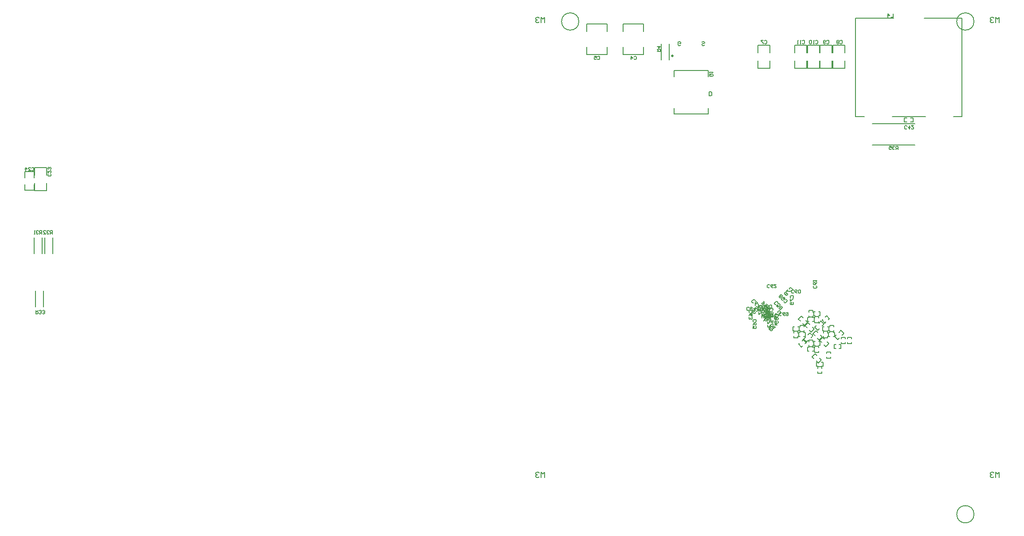
<source format=gbo>
G04*
G04 #@! TF.GenerationSoftware,Altium Limited,Altium Designer,24.10.1 (45)*
G04*
G04 Layer_Color=32896*
%FSLAX44Y44*%
%MOMM*%
G71*
G04*
G04 #@! TF.SameCoordinates,24BC4850-7E81-497A-B660-34607D59122C*
G04*
G04*
G04 #@! TF.FilePolarity,Positive*
G04*
G01*
G75*
%ADD10C,0.1270*%
%ADD11C,0.5080*%
%ADD17C,0.1524*%
%ADD18C,0.1778*%
%ADD218C,0.1501*%
D10*
X3434080Y1553210D02*
G03*
X3434080Y1553210I-16510J0D01*
G01*
Y2494280D02*
G03*
X3434080Y2494280I-16510J0D01*
G01*
X2679700D02*
G03*
X2679700Y2494280I-16510J0D01*
G01*
X3199935Y1879156D02*
Y1881950D01*
X3192315Y1879156D02*
Y1881950D01*
Y1879156D02*
X3199935D01*
X3192315Y1888554D02*
Y1891348D01*
X3199935Y1888554D02*
Y1891348D01*
X3192315D02*
X3199935D01*
X3168033Y1892359D02*
X3171625Y1895951D01*
X3173781Y1886611D02*
X3177373Y1890204D01*
X3168033Y1892359D02*
X3173781Y1886611D01*
X3182082Y1894904D02*
X3185674Y1898496D01*
X3176334Y1900652D02*
X3179926Y1904244D01*
X3185674Y1898496D01*
X3143366Y1822588D02*
Y1825382D01*
X3135746Y1822588D02*
Y1825382D01*
Y1822588D02*
X3143366D01*
X3135746Y1831986D02*
Y1834780D01*
X3143366Y1831986D02*
Y1834780D01*
X3135746D02*
X3143366D01*
X3142858Y1843807D02*
X3145652D01*
X3142858Y1836187D02*
X3145652D01*
Y1843807D01*
X3133460Y1836187D02*
X3136254D01*
X3133460Y1843807D02*
X3136254D01*
X3133460Y1836187D02*
Y1843807D01*
X3176799Y1877749D02*
X3179594D01*
X3176799Y1870128D02*
X3179594D01*
Y1877749D01*
X3167401Y1870128D02*
X3170195D01*
X3167401Y1877749D02*
X3170195D01*
X3167401Y1870128D02*
Y1877749D01*
X3160337Y1850872D02*
Y1853666D01*
X3152717Y1850872D02*
Y1853666D01*
Y1850872D02*
X3160337D01*
X3152717Y1860270D02*
Y1863064D01*
X3160337Y1860270D02*
Y1863064D01*
X3152717D02*
X3160337D01*
X3188621Y1879156D02*
Y1881950D01*
X3181001Y1879156D02*
Y1881950D01*
Y1879156D02*
X3188621D01*
X3181001Y1888554D02*
Y1891348D01*
X3188621Y1888554D02*
Y1891348D01*
X3181001D02*
X3188621D01*
X3130673Y1859833D02*
X3134265Y1856241D01*
X3124925Y1854086D02*
X3128517Y1850493D01*
X3124925Y1854086D02*
X3130673Y1859833D01*
X3133218Y1845784D02*
X3136810Y1842192D01*
X3138965Y1851532D02*
X3142558Y1847940D01*
X3136810Y1842192D02*
X3142558Y1847940D01*
X3137709Y1918754D02*
Y1921548D01*
X3130089Y1918754D02*
Y1921548D01*
Y1918754D02*
X3137709D01*
X3130089Y1928152D02*
Y1930946D01*
X3137709Y1928152D02*
Y1930946D01*
X3130089D02*
X3137709D01*
X3144774Y1904070D02*
X3147568D01*
X3144774Y1911690D02*
X3147568D01*
X3144774Y1904070D02*
Y1911690D01*
X3154172D02*
X3156966D01*
X3154172Y1904070D02*
X3156966D01*
Y1911690D01*
X3150511Y1930349D02*
X3152487Y1932325D01*
X3155899Y1924961D02*
X3157874Y1926936D01*
X3152487Y1932325D02*
X3157874Y1926936D01*
X3149254Y1918315D02*
X3151229Y1920291D01*
X3143865Y1923703D02*
X3145841Y1925679D01*
X3143865Y1923703D02*
X3149254Y1918315D01*
X3104803Y1872595D02*
X3106779Y1874571D01*
X3099415Y1877984D02*
X3101391Y1879959D01*
X3099415Y1877984D02*
X3104803Y1872595D01*
X3106061Y1884629D02*
X3108036Y1886605D01*
X3111449Y1879241D02*
X3113425Y1881216D01*
X3108036Y1886605D02*
X3113425Y1881216D01*
X3118776Y1882897D02*
Y1885691D01*
X3126396Y1882897D02*
Y1885691D01*
X3118776D02*
X3126396D01*
Y1873499D02*
Y1876293D01*
X3118776Y1873499D02*
Y1876293D01*
Y1873499D02*
X3126396D01*
X3108917Y1900376D02*
X3111711D01*
X3108917Y1892756D02*
X3111711D01*
Y1900376D01*
X3099519Y1892756D02*
X3102313D01*
X3099519Y1900376D02*
X3102313D01*
X3099519Y1892756D02*
Y1900376D01*
X3129997Y1910203D02*
X3133589Y1913795D01*
X3135745Y1904455D02*
X3139337Y1908047D01*
X3129997Y1910203D02*
X3135745Y1904455D01*
X3144045Y1912748D02*
X3147638Y1916340D01*
X3138298Y1918495D02*
X3141890Y1922088D01*
X3147638Y1916340D01*
X3123098Y1890522D02*
X3126690Y1894114D01*
X3117350Y1896270D02*
X3120942Y1899862D01*
X3126690Y1894114D01*
X3109049Y1887977D02*
X3112642Y1891569D01*
X3114797Y1882229D02*
X3118389Y1885822D01*
X3109049Y1887977D02*
X3114797Y1882229D01*
X3116490Y1864472D02*
X3119284D01*
X3116490Y1872092D02*
X3119284D01*
X3116490Y1864472D02*
Y1872092D01*
X3125888D02*
X3128682D01*
X3125888Y1864472D02*
X3128682D01*
Y1872092D01*
X3127803Y1875785D02*
X3130598D01*
X3127803Y1883405D02*
X3130598D01*
X3127803Y1875785D02*
Y1883405D01*
X3137202D02*
X3139995D01*
X3137202Y1875785D02*
X3139995D01*
Y1883405D01*
X3147060Y1899868D02*
Y1902662D01*
X3154680Y1899868D02*
Y1902662D01*
X3147060D02*
X3154680D01*
Y1890470D02*
Y1893264D01*
X3147060Y1890470D02*
Y1893264D01*
Y1890470D02*
X3154680D01*
X3158374Y1911182D02*
Y1913976D01*
X3165994Y1911182D02*
Y1913976D01*
X3158374D02*
X3165994D01*
Y1901784D02*
Y1904578D01*
X3158374Y1901784D02*
Y1904578D01*
Y1901784D02*
X3165994D01*
X3165486Y1900376D02*
X3168280D01*
X3165486Y1892756D02*
X3168280D01*
Y1900376D01*
X3156088Y1892756D02*
X3158882D01*
X3156088Y1900376D02*
X3158882D01*
X3156088Y1892756D02*
Y1900376D01*
X3137709Y1862186D02*
Y1864980D01*
X3130089Y1862186D02*
Y1864980D01*
Y1862186D02*
X3137709D01*
X3130089Y1871584D02*
Y1874378D01*
X3137709Y1871584D02*
Y1874378D01*
X3130089D02*
X3137709D01*
X3132546Y1903680D02*
X3136138Y1900088D01*
X3126798Y1897932D02*
X3130390Y1894340D01*
X3126798Y1897932D02*
X3132546Y1903680D01*
X3135091Y1889632D02*
X3138683Y1886039D01*
X3140839Y1895379D02*
X3144431Y1891787D01*
X3138683Y1886039D02*
X3144431Y1891787D01*
X3147822Y1876892D02*
X3151414Y1873300D01*
X3153570Y1882640D02*
X3157162Y1879048D01*
X3151414Y1873300D02*
X3157162Y1879048D01*
X3145277Y1890941D02*
X3148869Y1887348D01*
X3139529Y1885193D02*
X3143122Y1881601D01*
X3139529Y1885193D02*
X3145277Y1890941D01*
X3109425Y1901784D02*
Y1904578D01*
X3101805Y1901784D02*
Y1904578D01*
Y1901784D02*
X3109425D01*
X3101805Y1911182D02*
Y1913976D01*
X3109425Y1911182D02*
Y1913976D01*
X3101805D02*
X3109425D01*
X3125888Y1928660D02*
X3128682D01*
X3125888Y1921040D02*
X3128682D01*
Y1928660D01*
X3116490Y1921040D02*
X3119284D01*
X3116490Y1928660D02*
X3119284D01*
X3116490Y1921040D02*
Y1928660D01*
X3118776Y1939466D02*
Y1942260D01*
X3126396Y1939466D02*
Y1942260D01*
X3118776D02*
X3126396D01*
Y1930068D02*
Y1932862D01*
X3118776Y1930068D02*
Y1932862D01*
Y1930068D02*
X3126396D01*
X3137202Y1939974D02*
X3139995D01*
X3137202Y1932354D02*
X3139995D01*
Y1939974D01*
X3127803Y1932354D02*
X3130598D01*
X3127803Y1939974D02*
X3130598D01*
X3127803Y1932354D02*
Y1939974D01*
X3098112Y1890470D02*
Y1893264D01*
X3090492Y1890470D02*
Y1893264D01*
Y1890470D02*
X3098112D01*
X3090492Y1899868D02*
Y1902662D01*
X3098112Y1899868D02*
Y1902662D01*
X3090492D02*
X3098112D01*
X3088205Y1904070D02*
X3090999D01*
X3088205Y1911690D02*
X3090999D01*
X3088205Y1904070D02*
Y1911690D01*
X3097603D02*
X3100397D01*
X3097603Y1904070D02*
X3100397D01*
Y1911690D01*
X3104606Y1931620D02*
X3108198Y1928028D01*
X3098858Y1925872D02*
X3102450Y1922280D01*
X3098858Y1925872D02*
X3104606Y1931620D01*
X3107151Y1917572D02*
X3110743Y1913979D01*
X3112899Y1923319D02*
X3116490Y1919727D01*
X3110743Y1913979D02*
X3116490Y1919727D01*
X3119882Y1904832D02*
X3123474Y1901240D01*
X3125630Y1910580D02*
X3129222Y1906988D01*
X3123474Y1901240D02*
X3129222Y1906988D01*
X3117337Y1918881D02*
X3120929Y1915289D01*
X3111589Y1913133D02*
X3115182Y1909541D01*
X3111589Y1913133D02*
X3117337Y1918881D01*
X3312971Y2302250D02*
X3318051D01*
X3312971Y2310378D02*
X3318051D01*
Y2302250D02*
Y2310378D01*
X3301238Y2310384D02*
X3306318D01*
X3301238Y2302256D02*
X3306318D01*
X3301238D02*
Y2310384D01*
X3208020Y2312924D02*
Y2500376D01*
X3277870Y2312670D02*
X3341370D01*
X3208020Y2312924D02*
X3224530D01*
X3411220D02*
Y2500376D01*
X3338830D02*
X3411220D01*
X3394710Y2312924D02*
X3411220D01*
X3208020Y2500376D02*
X3280410D01*
X3239770Y2298954D02*
X3321050D01*
X3239770Y2258060D02*
X3321050D01*
X1642110Y1949450D02*
Y1979930D01*
X1657350Y1949450D02*
Y1979930D01*
X1675130Y2051050D02*
Y2081530D01*
X1659890Y2051050D02*
Y2081530D01*
X1654810Y2051050D02*
Y2081530D01*
X1639570Y2051050D02*
Y2081530D01*
X1640840Y2200910D02*
Y2215642D01*
X1663700D01*
Y2200910D02*
Y2215642D01*
Y2170938D02*
Y2185670D01*
X1640840Y2170938D02*
X1663700D01*
X1640840D02*
Y2185670D01*
X1639570Y2195565D02*
Y2207250D01*
X1621758D02*
X1639538Y2207251D01*
X1621790Y2195565D02*
Y2207250D01*
Y2171700D02*
X1621791Y2183385D01*
X1621790Y2171699D02*
X1639570Y2171700D01*
Y2183385D01*
X3164461Y2404617D02*
Y2419349D01*
Y2404617D02*
X3187321D01*
Y2419349D01*
Y2434589D02*
Y2449321D01*
X3164461D02*
X3187321D01*
X3164461Y2434589D02*
Y2449321D01*
X3140331Y2404617D02*
Y2419349D01*
Y2404617D02*
X3163191D01*
X3163191Y2419349D01*
X3163191Y2434589D02*
Y2449321D01*
X3140331Y2449321D02*
X3163191Y2449321D01*
X3140331Y2434589D02*
Y2449321D01*
X3092071Y2404617D02*
Y2419349D01*
Y2404617D02*
X3114931D01*
Y2419349D01*
Y2434589D02*
Y2449321D01*
X3092071D02*
X3114931D01*
X3092071Y2434589D02*
Y2449321D01*
X3116201Y2404617D02*
Y2419349D01*
Y2404617D02*
X3139061D01*
Y2419349D01*
Y2434589D02*
Y2449321D01*
X3116201D02*
X3139061D01*
X3116201Y2434589D02*
Y2449321D01*
X3021330Y2404618D02*
Y2419350D01*
Y2404618D02*
X3044190D01*
Y2419350D01*
Y2434590D02*
Y2449322D01*
X3021330D02*
X3044190D01*
X3021330Y2434590D02*
Y2449322D01*
X2837180Y2420620D02*
Y2451100D01*
X2852420Y2420620D02*
Y2451100D01*
X2733548Y2431038D02*
Y2445770D01*
X2694432Y2431038D02*
X2733548D01*
X2694432D02*
Y2445770D01*
X2733548Y2475226D02*
Y2489958D01*
X2694432D02*
X2733548D01*
X2694432Y2475226D02*
Y2489958D01*
X2803398Y2431038D02*
Y2445770D01*
X2764282Y2431038D02*
X2803398D01*
X2764282D02*
Y2445770D01*
X2803398Y2475226D02*
Y2489958D01*
X2764282D02*
X2803398D01*
X2764282Y2475226D02*
Y2489958D01*
X3013031Y1957296D02*
X3011535D01*
X3010039Y1958792D01*
Y1960289D01*
X3013031Y1963281D01*
X3014528D01*
X3016024Y1961785D01*
Y1960289D01*
X3016772Y1952059D02*
X3016024Y1954304D01*
Y1957296D01*
X3017520Y1958792D01*
X3019016D01*
X3020512Y1957296D01*
Y1955800D01*
X3019764Y1955052D01*
X3018268Y1955052D01*
X3016024Y1957296D01*
X3018268Y1950563D02*
X3021261Y1947571D01*
X3022009Y1948319D01*
Y1954304D01*
X3022757Y1955052D01*
X3054774Y1930822D02*
X3053716Y1931880D01*
Y1933996D01*
X3054774Y1935054D01*
X3059006D01*
X3060064Y1933996D01*
Y1931880D01*
X3059006Y1930822D01*
X3054774Y1928706D02*
X3053716Y1927648D01*
Y1925532D01*
X3054774Y1924474D01*
X3055832D01*
X3056890Y1925532D01*
X3057948Y1924474D01*
X3059006D01*
X3060064Y1925532D01*
Y1927648D01*
X3059006Y1928706D01*
X3057948D01*
X3056890Y1927648D01*
X3055832Y1928706D01*
X3054774D01*
X3056890Y1927648D02*
Y1925532D01*
X3053716Y1918126D02*
Y1922358D01*
X3056890D01*
X3055832Y1920242D01*
Y1919184D01*
X3056890Y1918126D01*
X3059006D01*
X3060064Y1919184D01*
Y1921300D01*
X3059006Y1922358D01*
X3004398Y1943524D02*
X3003340Y1942466D01*
X3001224D01*
X3000166Y1943524D01*
Y1947756D01*
X3001224Y1948814D01*
X3003340D01*
X3004398Y1947756D01*
X3006514Y1943524D02*
X3007572Y1942466D01*
X3009688D01*
X3010746Y1943524D01*
Y1944582D01*
X3009688Y1945640D01*
X3010746Y1946698D01*
Y1947756D01*
X3009688Y1948814D01*
X3007572D01*
X3006514Y1947756D01*
Y1946698D01*
X3007572Y1945640D01*
X3006514Y1944582D01*
Y1943524D01*
X3007572Y1945640D02*
X3009688D01*
X3016036Y1948814D02*
Y1942466D01*
X3012862Y1945640D01*
X3017094D01*
X3044614Y1942252D02*
X3043556Y1943310D01*
Y1945426D01*
X3044614Y1946484D01*
X3048846D01*
X3049904Y1945426D01*
Y1943310D01*
X3048846Y1942252D01*
X3044614Y1940136D02*
X3043556Y1939078D01*
Y1936962D01*
X3044614Y1935904D01*
X3045672D01*
X3046730Y1936962D01*
X3047788Y1935904D01*
X3048846D01*
X3049904Y1936962D01*
Y1939078D01*
X3048846Y1940136D01*
X3047788D01*
X3046730Y1939078D01*
X3045672Y1940136D01*
X3044614D01*
X3046730Y1939078D02*
Y1936962D01*
X3044614Y1933788D02*
X3043556Y1932730D01*
Y1930614D01*
X3044614Y1929556D01*
X3045672D01*
X3046730Y1930614D01*
Y1931672D01*
Y1930614D01*
X3047788Y1929556D01*
X3048846D01*
X3049904Y1930614D01*
Y1932730D01*
X3048846Y1933788D01*
X3046139Y1935254D02*
X3047635D01*
X3049131Y1933757D01*
Y1932261D01*
X3046139Y1929269D01*
X3044643D01*
X3043146Y1930765D01*
Y1932261D01*
X3044643Y1936750D02*
Y1938246D01*
X3043146Y1939742D01*
X3041650D01*
X3040902Y1938994D01*
Y1937498D01*
X3039406Y1937498D01*
X3038658Y1936750D01*
Y1935254D01*
X3040154Y1933757D01*
X3041650D01*
X3042398Y1934506D01*
X3042398Y1936002D01*
X3043894D01*
X3044643Y1936750D01*
X3042398Y1936002D02*
X3040902Y1937498D01*
X3033421Y1940491D02*
X3036413Y1937498D01*
Y1943483D01*
X3037161Y1944231D01*
X3038658D01*
X3040154Y1942735D01*
Y1941239D01*
X3043554Y1951566D02*
X3044612Y1952624D01*
X3046728D01*
X3047786Y1951566D01*
Y1947334D01*
X3046728Y1946276D01*
X3044612D01*
X3043554Y1947334D01*
X3041438Y1951566D02*
X3040380Y1952624D01*
X3038264D01*
X3037206Y1951566D01*
Y1950508D01*
X3038264Y1949450D01*
X3037206Y1948392D01*
Y1947334D01*
X3038264Y1946276D01*
X3040380D01*
X3041438Y1947334D01*
Y1948392D01*
X3040380Y1949450D01*
X3041438Y1950508D01*
Y1951566D01*
X3040380Y1949450D02*
X3038264D01*
X3035090Y1946276D02*
X3032974D01*
X3034032D01*
Y1952624D01*
X3035090Y1951566D01*
X3035074Y1936071D02*
Y1934575D01*
X3033578Y1933079D01*
X3032081D01*
X3029089Y1936071D01*
Y1937567D01*
X3030585Y1939064D01*
X3032081D01*
X3036570Y1937567D02*
X3038066D01*
X3039562Y1939064D01*
Y1940560D01*
X3038814Y1941308D01*
X3037318D01*
X3037318Y1942804D01*
X3036570Y1943553D01*
X3035074D01*
X3033578Y1942056D01*
Y1940560D01*
X3034326Y1939812D01*
X3035822Y1939812D01*
Y1938316D01*
X3036570Y1937567D01*
X3035822Y1939812D02*
X3037318Y1941308D01*
X3041059Y1942056D02*
X3042555D01*
X3044051Y1943553D01*
Y1945049D01*
X3041059Y1948041D01*
X3039562D01*
X3038066Y1946545D01*
Y1945049D01*
X3041059Y1942056D01*
X3083984Y1966382D02*
X3082926Y1967440D01*
Y1969556D01*
X3083984Y1970614D01*
X3088216D01*
X3089274Y1969556D01*
Y1967440D01*
X3088216Y1966382D01*
X3082926Y1964266D02*
Y1960034D01*
X3083984D01*
X3088216Y1964266D01*
X3089274D01*
X3088216Y1957918D02*
X3089274Y1956860D01*
Y1954744D01*
X3088216Y1953686D01*
X3083984D01*
X3082926Y1954744D01*
Y1956860D01*
X3083984Y1957918D01*
X3085042D01*
X3086100Y1956860D01*
Y1953686D01*
X3081246Y1983149D02*
Y1984645D01*
X3082743Y1986141D01*
X3084239D01*
X3087231Y1983149D01*
Y1981653D01*
X3085735Y1980156D01*
X3084239D01*
X3079002Y1982401D02*
X3076010Y1979408D01*
X3076758Y1978660D01*
X3082743D01*
X3083491Y1977912D01*
X3075261Y1977164D02*
X3073765D01*
X3072269Y1975668D01*
Y1974171D01*
X3073017Y1973423D01*
X3074513D01*
X3074513Y1971927D01*
X3075261Y1971179D01*
X3076758D01*
X3078254Y1972675D01*
Y1974171D01*
X3077506Y1974919D01*
X3076010Y1974919D01*
Y1976416D01*
X3075261Y1977164D01*
X3076010Y1974919D02*
X3074513Y1973423D01*
X3025988Y1943524D02*
X3024930Y1942466D01*
X3022814D01*
X3021756Y1943524D01*
Y1947756D01*
X3022814Y1948814D01*
X3024930D01*
X3025988Y1947756D01*
X3028104Y1942466D02*
X3032336D01*
Y1943524D01*
X3028104Y1947756D01*
Y1948814D01*
X3034452Y1942466D02*
X3038684D01*
Y1943524D01*
X3034452Y1947756D01*
Y1948814D01*
X3059656Y1938699D02*
Y1940195D01*
X3061153Y1941691D01*
X3062649D01*
X3065641Y1938699D01*
Y1937202D01*
X3064145Y1935706D01*
X3062649D01*
X3057412Y1937951D02*
X3054419Y1934958D01*
X3055168Y1934210D01*
X3061153D01*
X3061901Y1933462D01*
X3049931Y1930469D02*
X3052175Y1931217D01*
X3055168D01*
X3056664Y1929721D01*
Y1928225D01*
X3055168Y1926729D01*
X3053671D01*
X3052923Y1927477D01*
X3052923Y1928973D01*
X3055168Y1931217D01*
X3048846Y1910928D02*
X3049904Y1909870D01*
Y1907754D01*
X3048846Y1906696D01*
X3044614D01*
X3043556Y1907754D01*
Y1909870D01*
X3044614Y1910928D01*
X3049904Y1913044D02*
Y1917276D01*
X3048846D01*
X3044614Y1913044D01*
X3043556D01*
X3049904Y1923624D02*
Y1919392D01*
X3046730D01*
X3047788Y1921508D01*
Y1922566D01*
X3046730Y1923624D01*
X3044614D01*
X3043556Y1922566D01*
Y1920450D01*
X3044614Y1919392D01*
X3049044Y1906861D02*
Y1905365D01*
X3047548Y1903869D01*
X3046051D01*
X3043059Y1906861D01*
Y1908358D01*
X3044555Y1909854D01*
X3046051D01*
X3051288Y1907609D02*
X3054281Y1910602D01*
X3053532Y1911350D01*
X3047548D01*
X3046799Y1912098D01*
X3053532Y1918831D02*
X3058021Y1914342D01*
X3053532D01*
X3056525Y1917335D01*
X3034452Y1950296D02*
X3035510Y1951354D01*
X3037626D01*
X3038684Y1950296D01*
Y1946064D01*
X3037626Y1945006D01*
X3035510D01*
X3034452Y1946064D01*
X3032336Y1951354D02*
X3028104D01*
Y1950296D01*
X3032336Y1946064D01*
Y1945006D01*
X3025988Y1950296D02*
X3024930Y1951354D01*
X3022814D01*
X3021756Y1950296D01*
Y1949238D01*
X3022814Y1948180D01*
X3023872D01*
X3022814D01*
X3021756Y1947122D01*
Y1946064D01*
X3022814Y1945006D01*
X3024930D01*
X3025988Y1946064D01*
X3040804Y1923202D02*
X3039746Y1924260D01*
Y1926376D01*
X3040804Y1927434D01*
X3045036D01*
X3046094Y1926376D01*
Y1924260D01*
X3045036Y1923202D01*
X3039746Y1921086D02*
Y1916854D01*
X3040804D01*
X3045036Y1921086D01*
X3046094D01*
Y1910506D02*
Y1914738D01*
X3041862Y1910506D01*
X3040804D01*
X3039746Y1911564D01*
Y1913680D01*
X3040804Y1914738D01*
X3035934Y1946486D02*
X3036992Y1947544D01*
X3039108D01*
X3040166Y1946486D01*
Y1942254D01*
X3039108Y1941196D01*
X3036992D01*
X3035934Y1942254D01*
X3033818Y1947544D02*
X3029586D01*
Y1946486D01*
X3033818Y1942254D01*
Y1941196D01*
X3027470D02*
X3025354D01*
X3026412D01*
Y1947544D01*
X3027470Y1946486D01*
X3042496Y1932518D02*
X3043554Y1931460D01*
Y1929344D01*
X3042496Y1928286D01*
X3038264D01*
X3037206Y1929344D01*
Y1931460D01*
X3038264Y1932518D01*
X3043554Y1934634D02*
Y1938866D01*
X3042496D01*
X3038264Y1934634D01*
X3037206D01*
X3042496Y1940982D02*
X3043554Y1942040D01*
Y1944156D01*
X3042496Y1945214D01*
X3038264D01*
X3037206Y1944156D01*
Y1942040D01*
X3038264Y1940982D01*
X3042496D01*
X3066628Y1933364D02*
X3065570Y1932306D01*
X3063454D01*
X3062396Y1933364D01*
Y1937596D01*
X3063454Y1938654D01*
X3065570D01*
X3066628Y1937596D01*
X3072976Y1932306D02*
X3070860Y1933364D01*
X3068744Y1935480D01*
Y1937596D01*
X3069802Y1938654D01*
X3071918D01*
X3072976Y1937596D01*
Y1936538D01*
X3071918Y1935480D01*
X3068744D01*
X3075092Y1937596D02*
X3076150Y1938654D01*
X3078266D01*
X3079324Y1937596D01*
Y1933364D01*
X3078266Y1932306D01*
X3076150D01*
X3075092Y1933364D01*
Y1934422D01*
X3076150Y1935480D01*
X3079324D01*
X3042496Y1928708D02*
X3043554Y1927650D01*
Y1925534D01*
X3042496Y1924476D01*
X3038264D01*
X3037206Y1925534D01*
Y1927650D01*
X3038264Y1928708D01*
X3043554Y1935056D02*
X3042496Y1932940D01*
X3040380Y1930824D01*
X3038264D01*
X3037206Y1931882D01*
Y1933998D01*
X3038264Y1935056D01*
X3039322D01*
X3040380Y1933998D01*
Y1930824D01*
X3042496Y1937172D02*
X3043554Y1938230D01*
Y1940346D01*
X3042496Y1941404D01*
X3041438D01*
X3040380Y1940346D01*
X3039322Y1941404D01*
X3038264D01*
X3037206Y1940346D01*
Y1938230D01*
X3038264Y1937172D01*
X3039322D01*
X3040380Y1938230D01*
X3041438Y1937172D01*
X3042496D01*
X3040380Y1938230D02*
Y1940346D01*
X3041059Y1950494D02*
X3042555D01*
X3044051Y1948997D01*
Y1947501D01*
X3041059Y1944509D01*
X3039562D01*
X3038066Y1946005D01*
Y1947501D01*
X3037318Y1955731D02*
X3038066Y1953486D01*
Y1950494D01*
X3036570Y1948997D01*
X3035074D01*
X3033578Y1950494D01*
Y1951990D01*
X3034326Y1952738D01*
X3035822Y1952738D01*
X3038066Y1950494D01*
X3032829Y1960219D02*
X3033578Y1957975D01*
Y1954982D01*
X3032081Y1953486D01*
X3030585D01*
X3029089Y1954982D01*
Y1956479D01*
X3029837Y1957227D01*
X3031333Y1957227D01*
X3033578Y1954982D01*
X3012864Y1920662D02*
X3011806Y1921720D01*
Y1923836D01*
X3012864Y1924894D01*
X3017096D01*
X3018154Y1923836D01*
Y1921720D01*
X3017096Y1920662D01*
X3011806Y1914314D02*
X3012864Y1916430D01*
X3014980Y1918546D01*
X3017096D01*
X3018154Y1917488D01*
Y1915372D01*
X3017096Y1914314D01*
X3016038D01*
X3014980Y1915372D01*
Y1918546D01*
X3011806Y1907966D02*
Y1912198D01*
X3014980D01*
X3013922Y1910082D01*
Y1909024D01*
X3014980Y1907966D01*
X3017096D01*
X3018154Y1909024D01*
Y1911140D01*
X3017096Y1912198D01*
X3040802Y1933786D02*
X3041860Y1934844D01*
X3043976D01*
X3045034Y1933786D01*
Y1929554D01*
X3043976Y1928496D01*
X3041860D01*
X3040802Y1929554D01*
X3034454Y1934844D02*
X3036570Y1933786D01*
X3038686Y1931670D01*
Y1929554D01*
X3037628Y1928496D01*
X3035512D01*
X3034454Y1929554D01*
Y1930612D01*
X3035512Y1931670D01*
X3038686D01*
X3029164Y1928496D02*
Y1934844D01*
X3032338Y1931670D01*
X3028106D01*
X3005244Y1938442D02*
X3004186Y1939500D01*
Y1941616D01*
X3005244Y1942674D01*
X3009476D01*
X3010534Y1941616D01*
Y1939500D01*
X3009476Y1938442D01*
X3004186Y1932094D02*
X3005244Y1934210D01*
X3007360Y1936326D01*
X3009476D01*
X3010534Y1935268D01*
Y1933152D01*
X3009476Y1932094D01*
X3008418D01*
X3007360Y1933152D01*
Y1936326D01*
X3005244Y1929978D02*
X3004186Y1928920D01*
Y1926804D01*
X3005244Y1925746D01*
X3006302D01*
X3007360Y1926804D01*
Y1927862D01*
Y1926804D01*
X3008418Y1925746D01*
X3009476D01*
X3010534Y1926804D01*
Y1928920D01*
X3009476Y1929978D01*
X3043768Y1986704D02*
X3042710Y1985646D01*
X3040594D01*
X3039536Y1986704D01*
Y1990936D01*
X3040594Y1991994D01*
X3042710D01*
X3043768Y1990936D01*
X3050116Y1985646D02*
X3048000Y1986704D01*
X3045884Y1988820D01*
Y1990936D01*
X3046942Y1991994D01*
X3049058D01*
X3050116Y1990936D01*
Y1989878D01*
X3049058Y1988820D01*
X3045884D01*
X3056464Y1991994D02*
X3052232D01*
X3056464Y1987762D01*
Y1986704D01*
X3055406Y1985646D01*
X3053290D01*
X3052232Y1986704D01*
X3132666Y1989456D02*
X3133724Y1988398D01*
Y1986282D01*
X3132666Y1985224D01*
X3128434D01*
X3127376Y1986282D01*
Y1988398D01*
X3128434Y1989456D01*
X3133724Y1995804D02*
X3132666Y1993688D01*
X3130550Y1991572D01*
X3128434D01*
X3127376Y1992630D01*
Y1994746D01*
X3128434Y1995804D01*
X3129492D01*
X3130550Y1994746D01*
Y1991572D01*
X3127376Y1997920D02*
Y2000036D01*
Y1998978D01*
X3133724D01*
X3132666Y1997920D01*
X3090070Y1976474D02*
X3089012Y1975416D01*
X3086895D01*
X3085837Y1976474D01*
Y1980706D01*
X3086895Y1981764D01*
X3089012D01*
X3090070Y1980706D01*
X3096418Y1975416D02*
X3094301Y1976474D01*
X3092185Y1978590D01*
Y1980706D01*
X3093243Y1981764D01*
X3095359D01*
X3096418Y1980706D01*
Y1979648D01*
X3095359Y1978590D01*
X3092185D01*
X3098533Y1976474D02*
X3099591Y1975416D01*
X3101707D01*
X3102766Y1976474D01*
Y1980706D01*
X3101707Y1981764D01*
X3099591D01*
X3098533Y1980706D01*
Y1976474D01*
X3074079Y1963194D02*
X3075575D01*
X3077071Y1961698D01*
Y1960201D01*
X3074079Y1957209D01*
X3072582D01*
X3071086Y1958705D01*
Y1960201D01*
X3070338Y1968431D02*
X3073331Y1965438D01*
X3071086Y1963194D01*
X3070338Y1965438D01*
X3069590Y1966186D01*
X3068094D01*
X3066598Y1964690D01*
Y1963194D01*
X3068094Y1961698D01*
X3069590D01*
X3065101Y1966186D02*
X3063605D01*
X3062109Y1967682D01*
Y1969179D01*
X3065101Y1972171D01*
X3066598D01*
X3068094Y1970675D01*
Y1969179D01*
X3067346Y1968431D01*
X3065849D01*
X3063605Y1970675D01*
X3056211Y1953486D02*
X3054715D01*
X3053219Y1954982D01*
Y1956479D01*
X3056211Y1959471D01*
X3057708D01*
X3059204Y1957975D01*
Y1956479D01*
X3059952Y1948249D02*
X3056960Y1951242D01*
X3059204Y1953486D01*
X3059952Y1951242D01*
X3060700Y1950494D01*
X3062196D01*
X3063693Y1951990D01*
Y1953486D01*
X3062196Y1954982D01*
X3060700D01*
X3062196Y1947501D02*
Y1946005D01*
X3063693Y1944509D01*
X3065189D01*
X3065937Y1945257D01*
Y1946753D01*
X3067433Y1946753D01*
X3068181Y1947501D01*
Y1948997D01*
X3066685Y1950494D01*
X3065189D01*
X3064441Y1949746D01*
X3064441Y1948249D01*
X3062944D01*
X3062196Y1947501D01*
X3064441Y1948249D02*
X3065937Y1946753D01*
X3024294Y1947332D02*
X3023236Y1948390D01*
Y1950506D01*
X3024294Y1951564D01*
X3028526D01*
X3029584Y1950506D01*
Y1948390D01*
X3028526Y1947332D01*
X3023236Y1940984D02*
Y1945216D01*
X3026410D01*
X3025352Y1943100D01*
Y1942042D01*
X3026410Y1940984D01*
X3028526D01*
X3029584Y1942042D01*
Y1944158D01*
X3028526Y1945216D01*
X3023236Y1938868D02*
Y1934636D01*
X3024294D01*
X3028526Y1938868D01*
X3029584D01*
X3033184Y1934632D02*
X3032126Y1935690D01*
Y1937806D01*
X3033184Y1938864D01*
X3037416D01*
X3038474Y1937806D01*
Y1935690D01*
X3037416Y1934632D01*
X3032126Y1928284D02*
Y1932516D01*
X3035300D01*
X3034242Y1930400D01*
Y1929342D01*
X3035300Y1928284D01*
X3037416D01*
X3038474Y1929342D01*
Y1931458D01*
X3037416Y1932516D01*
X3032126Y1921936D02*
X3033184Y1924052D01*
X3035300Y1926168D01*
X3037416D01*
X3038474Y1925110D01*
Y1922994D01*
X3037416Y1921936D01*
X3036358D01*
X3035300Y1922994D01*
Y1926168D01*
X3037418Y1930824D02*
X3036360Y1929766D01*
X3034244D01*
X3033186Y1930824D01*
Y1935056D01*
X3034244Y1936114D01*
X3036360D01*
X3037418Y1935056D01*
X3043766Y1929766D02*
X3039534D01*
Y1932940D01*
X3041650Y1931882D01*
X3042708D01*
X3043766Y1932940D01*
Y1935056D01*
X3042708Y1936114D01*
X3040592D01*
X3039534Y1935056D01*
X3050114Y1929766D02*
X3045882D01*
Y1932940D01*
X3047998Y1931882D01*
X3049056D01*
X3050114Y1932940D01*
Y1935056D01*
X3049056Y1936114D01*
X3046940D01*
X3045882Y1935056D01*
X3015206Y1943779D02*
Y1945275D01*
X3016703Y1946771D01*
X3018199D01*
X3021191Y1943779D01*
Y1942283D01*
X3019695Y1940786D01*
X3018199D01*
X3009969Y1940038D02*
X3012962Y1943031D01*
X3015206Y1940786D01*
X3012962Y1940038D01*
X3012214Y1939290D01*
Y1937794D01*
X3013710Y1936297D01*
X3015206D01*
X3016703Y1937794D01*
Y1939290D01*
X3010717Y1931809D02*
X3006229Y1936297D01*
X3010717D01*
X3007725Y1933305D01*
X3306105Y2289981D02*
X3305047Y2288923D01*
X3302931D01*
X3301873Y2289981D01*
Y2294213D01*
X3302931Y2295271D01*
X3305047D01*
X3306105Y2294213D01*
X3311395Y2295271D02*
Y2288923D01*
X3308221Y2292097D01*
X3312453D01*
X3318801Y2295271D02*
X3314569D01*
X3318801Y2291039D01*
Y2289981D01*
X3317743Y2288923D01*
X3315627D01*
X3314569Y2289981D01*
X3288874Y2249806D02*
Y2256154D01*
X3285700D01*
X3284642Y2255096D01*
Y2252980D01*
X3285700Y2251922D01*
X3288874D01*
X3286758D02*
X3284642Y2249806D01*
X3282526Y2255096D02*
X3281468Y2256154D01*
X3279352D01*
X3278294Y2255096D01*
Y2254038D01*
X3279352Y2252980D01*
X3280410D01*
X3279352D01*
X3278294Y2251922D01*
Y2250864D01*
X3279352Y2249806D01*
X3281468D01*
X3282526Y2250864D01*
X3271946Y2256154D02*
X3276178D01*
Y2252980D01*
X3274062Y2254038D01*
X3273004D01*
X3271946Y2252980D01*
Y2250864D01*
X3273004Y2249806D01*
X3275120D01*
X3276178Y2250864D01*
X3279350Y2508884D02*
Y2502536D01*
X3275118D01*
X3269828D02*
Y2508884D01*
X3273002Y2505710D01*
X3268770D01*
X1642745Y1942465D02*
Y1936117D01*
X1645919D01*
X1646977Y1937175D01*
Y1939291D01*
X1645919Y1940349D01*
X1642745D01*
X1644861D02*
X1646977Y1942465D01*
X1649093Y1937175D02*
X1650151Y1936117D01*
X1652267D01*
X1653325Y1937175D01*
Y1938233D01*
X1652267Y1939291D01*
X1651209D01*
X1652267D01*
X1653325Y1940349D01*
Y1941407D01*
X1652267Y1942465D01*
X1650151D01*
X1649093Y1941407D01*
X1655441Y1937175D02*
X1656499Y1936117D01*
X1658615D01*
X1659673Y1937175D01*
Y1938233D01*
X1658615Y1939291D01*
X1657557D01*
X1658615D01*
X1659673Y1940349D01*
Y1941407D01*
X1658615Y1942465D01*
X1656499D01*
X1655441Y1941407D01*
X1674495Y2088515D02*
Y2094863D01*
X1671321D01*
X1670263Y2093805D01*
Y2091689D01*
X1671321Y2090631D01*
X1674495D01*
X1672379D02*
X1670263Y2088515D01*
X1668147Y2093805D02*
X1667089Y2094863D01*
X1664973D01*
X1663915Y2093805D01*
Y2092747D01*
X1664973Y2091689D01*
X1666031D01*
X1664973D01*
X1663915Y2090631D01*
Y2089573D01*
X1664973Y2088515D01*
X1667089D01*
X1668147Y2089573D01*
X1657567Y2088515D02*
X1661799D01*
X1657567Y2092747D01*
Y2093805D01*
X1658625Y2094863D01*
X1660741D01*
X1661799Y2093805D01*
X1654175Y2088515D02*
Y2094863D01*
X1651001D01*
X1649943Y2093805D01*
Y2091689D01*
X1651001Y2090631D01*
X1654175D01*
X1652059D02*
X1649943Y2088515D01*
X1647827Y2093805D02*
X1646769Y2094863D01*
X1644653D01*
X1643595Y2093805D01*
Y2092747D01*
X1644653Y2091689D01*
X1645711D01*
X1644653D01*
X1643595Y2090631D01*
Y2089573D01*
X1644653Y2088515D01*
X1646769D01*
X1647827Y2089573D01*
X1641479Y2088515D02*
X1639363D01*
X1640421D01*
Y2094863D01*
X1641479Y2093805D01*
X1634912Y2214456D02*
X1635970Y2215514D01*
X1638086D01*
X1639144Y2214456D01*
Y2210224D01*
X1638086Y2209166D01*
X1635970D01*
X1634912Y2210224D01*
X1628564Y2209166D02*
X1632796D01*
X1628564Y2213398D01*
Y2214456D01*
X1629622Y2215514D01*
X1631738D01*
X1632796Y2214456D01*
X1623274Y2209166D02*
Y2215514D01*
X1626448Y2212340D01*
X1622216D01*
X1670896Y2203028D02*
X1671954Y2201970D01*
Y2199854D01*
X1670896Y2198796D01*
X1666664D01*
X1665606Y2199854D01*
Y2201970D01*
X1666664Y2203028D01*
X1665606Y2209376D02*
Y2205144D01*
X1669838Y2209376D01*
X1670896D01*
X1671954Y2208318D01*
Y2206202D01*
X1670896Y2205144D01*
Y2211492D02*
X1671954Y2212550D01*
Y2214666D01*
X1670896Y2215724D01*
X1669838D01*
X1668780Y2214666D01*
Y2213608D01*
Y2214666D01*
X1667722Y2215724D01*
X1666664D01*
X1665606Y2214666D01*
Y2212550D01*
X1666664Y2211492D01*
X2828926Y2436920D02*
X2835274D01*
Y2440094D01*
X2834216Y2441152D01*
X2832100D01*
X2831042Y2440094D01*
Y2436920D01*
Y2439036D02*
X2828926Y2441152D01*
Y2446442D02*
X2835274D01*
X2832100Y2443268D01*
Y2447500D01*
X2930314Y2393950D02*
X2934546D01*
X2935604Y2392892D01*
Y2390776D01*
X2934546Y2389718D01*
X2930314D01*
X2929256Y2390776D01*
Y2392892D01*
X2931372Y2391834D02*
X2929256Y2393950D01*
Y2392892D02*
X2930314Y2393950D01*
X2929256Y2396066D02*
Y2398182D01*
Y2397124D01*
X2935604D01*
X2934546Y2396066D01*
X3106146Y2457025D02*
X3107204Y2458083D01*
X3109320D01*
X3110378Y2457025D01*
Y2452793D01*
X3109320Y2451735D01*
X3107204D01*
X3106146Y2452793D01*
X3104030Y2451735D02*
X3101914D01*
X3102972D01*
Y2458083D01*
X3104030Y2457025D01*
X3098740Y2451735D02*
X3096624D01*
X3097682D01*
Y2458083D01*
X3098740Y2457025D01*
X3131334D02*
X3132392Y2458083D01*
X3134508D01*
X3135566Y2457025D01*
Y2452793D01*
X3134508Y2451735D01*
X3132392D01*
X3131334Y2452793D01*
X3129218Y2451735D02*
X3127102D01*
X3128160D01*
Y2458083D01*
X3129218Y2457025D01*
X3123928D02*
X3122870Y2458083D01*
X3120754D01*
X3119696Y2457025D01*
Y2452793D01*
X3120754Y2451735D01*
X3122870D01*
X3123928Y2452793D01*
Y2457025D01*
X3152819D02*
X3153877Y2458083D01*
X3155993D01*
X3157051Y2457025D01*
Y2452793D01*
X3155993Y2451735D01*
X3153877D01*
X3152819Y2452793D01*
X3150703D02*
X3149645Y2451735D01*
X3147529D01*
X3146471Y2452793D01*
Y2457025D01*
X3147529Y2458083D01*
X3149645D01*
X3150703Y2457025D01*
Y2455967D01*
X3149645Y2454909D01*
X3146471D01*
X3178219Y2457025D02*
X3179277Y2458083D01*
X3181393D01*
X3182451Y2457025D01*
Y2452793D01*
X3181393Y2451735D01*
X3179277D01*
X3178219Y2452793D01*
X3176103Y2457025D02*
X3175045Y2458083D01*
X3172929D01*
X3171871Y2457025D01*
Y2455967D01*
X3172929Y2454909D01*
X3171871Y2453851D01*
Y2452793D01*
X3172929Y2451735D01*
X3175045D01*
X3176103Y2452793D01*
Y2453851D01*
X3175045Y2454909D01*
X3176103Y2455967D01*
Y2457025D01*
X3175045Y2454909D02*
X3172929D01*
X3033818Y2457026D02*
X3034876Y2458084D01*
X3036992D01*
X3038050Y2457026D01*
Y2452794D01*
X3036992Y2451736D01*
X3034876D01*
X3033818Y2452794D01*
X3031702Y2458084D02*
X3027470D01*
Y2457026D01*
X3031702Y2452794D01*
Y2451736D01*
X2715048Y2427054D02*
X2716106Y2428112D01*
X2718222D01*
X2719280Y2427054D01*
Y2422822D01*
X2718222Y2421764D01*
X2716106D01*
X2715048Y2422822D01*
X2708700Y2428112D02*
X2712932D01*
Y2424938D01*
X2710816Y2425996D01*
X2709758D01*
X2708700Y2424938D01*
Y2422822D01*
X2709758Y2421764D01*
X2711874D01*
X2712932Y2422822D01*
X2784898Y2426800D02*
X2785956Y2427858D01*
X2788072D01*
X2789130Y2426800D01*
Y2422568D01*
X2788072Y2421510D01*
X2785956D01*
X2784898Y2422568D01*
X2779608Y2421510D02*
Y2427858D01*
X2782782Y2424684D01*
X2778550D01*
D11*
X2857929Y2428427D02*
D03*
D17*
X3482342Y2491742D02*
Y2501899D01*
X3478956Y2498513D01*
X3475571Y2501899D01*
Y2491742D01*
X3472185Y2500206D02*
X3470493Y2501899D01*
X3467107D01*
X3465414Y2500206D01*
Y2498513D01*
X3467107Y2496821D01*
X3468800D01*
X3467107D01*
X3465414Y2495128D01*
Y2493435D01*
X3467107Y2491742D01*
X3470493D01*
X3472185Y2493435D01*
X3482342Y1623822D02*
Y1633979D01*
X3478956Y1630593D01*
X3475571Y1633979D01*
Y1623822D01*
X3472185Y1632286D02*
X3470493Y1633979D01*
X3467107D01*
X3465414Y1632286D01*
Y1630593D01*
X3467107Y1628900D01*
X3468800D01*
X3467107D01*
X3465414Y1627207D01*
Y1625515D01*
X3467107Y1623822D01*
X3470493D01*
X3472185Y1625515D01*
X2614422Y2491742D02*
Y2501899D01*
X2611036Y2498513D01*
X2607651Y2501899D01*
Y2491742D01*
X2604265Y2500206D02*
X2602572Y2501899D01*
X2599187D01*
X2597494Y2500206D01*
Y2498513D01*
X2599187Y2496820D01*
X2600880D01*
X2599187D01*
X2597494Y2495128D01*
Y2493435D01*
X2599187Y2491742D01*
X2602572D01*
X2604265Y2493435D01*
X2614422Y1623822D02*
Y1633979D01*
X2611036Y1630593D01*
X2607651Y1633979D01*
Y1623822D01*
X2604265Y1632286D02*
X2602573Y1633979D01*
X2599187D01*
X2597494Y1632286D01*
Y1630593D01*
X2599187Y1628900D01*
X2600880D01*
X2599187D01*
X2597494Y1627208D01*
Y1625515D01*
X2599187Y1623822D01*
X2602573D01*
X2604265Y1625515D01*
D18*
X2874009Y2449578D02*
X2872740Y2448308D01*
X2870201D01*
X2868931Y2449578D01*
Y2454656D01*
X2870201Y2455926D01*
X2872740D01*
X2874009Y2454656D01*
Y2452117D01*
X2871470D01*
X2919729Y2449578D02*
X2918459Y2448308D01*
X2915920D01*
X2914651Y2449578D01*
Y2450848D01*
X2915920Y2452117D01*
X2918459D01*
X2919729Y2453387D01*
Y2454656D01*
X2918459Y2455926D01*
X2915920D01*
X2914651Y2454656D01*
X2928112Y2352043D02*
Y2359660D01*
X2931921D01*
X2933190Y2358390D01*
Y2353312D01*
X2931921Y2352043D01*
X2928112D01*
D218*
X2861630Y2317496D02*
Y2328967D01*
Y2317496D02*
X2927030D01*
Y2328967D01*
Y2388955D02*
Y2400426D01*
X2861630D02*
X2927030D01*
X2861630Y2388955D02*
Y2400426D01*
M02*

</source>
